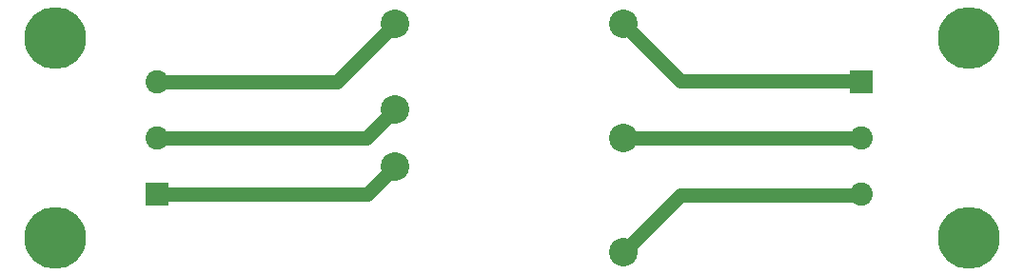
<source format=gbl>
%FSLAX33Y33*%
%MOMM*%
%AMRect-W2049999-H2049999-RO1.500*
21,1,2.049999,2.049999,0.,0.,90*%
%AMRect-W2049999-H2049999-RO0.500*
21,1,2.049999,2.049999,0.,0.,270*%
%ADD10C,1.27*%
%ADD11C,2.049999*%
%ADD12Rect-W2049999-H2049999-RO1.500*%
%ADD13C,2.54*%
%ADD14C,2.049999*%
%ADD15Rect-W2049999-H2049999-RO0.500*%
%ADD16C,5.5*%
D10*
%LNbottom copper_traces*%
G01*
X28876Y17700D02*
X34036Y22860D01*
X12854Y12700D02*
X31496Y12700D01*
X34036Y15240*
X59436Y7620D02*
X54356Y2540D01*
X12854Y17700D02*
X28876Y17700D01*
X75692Y7620D02*
X59436Y7620D01*
X31576Y7700D02*
X34036Y10160D01*
X54356Y12700D02*
X75692Y12700D01*
X12854Y7700D02*
X31576Y7700D01*
X59436Y17780D02*
X54356Y22860D01*
X75692Y17780D02*
X59436Y17780D01*
%LNbottom copper component d471e9cb206998b3*%
D11*
X12854Y12700D03*
X12854Y17700D03*
D12*
X12854Y7700D03*
%LNbottom copper component c304839c2677ef3f*%
D13*
X34036Y22860D03*
X34036Y10160D03*
X54356Y22860D03*
X54356Y2540D03*
X54356Y12700D03*
X34036Y15240D03*
%LNbottom copper component 0150211cd070c59b*%
D14*
X75538Y12700D03*
X75538Y7700D03*
D15*
X75538Y17700D03*
%LNbottom copper component a88b08866a0f6951*%
D16*
X85090Y21590D03*
%LNbottom copper component 451a96529c5ac4a0*%
X3810Y21590D03*
%LNbottom copper component b250d4b8687d3700*%
X85090Y3810D03*
%LNbottom copper component 4ed973ee168ef51e*%
X3810Y3810D03*
M02*
</source>
